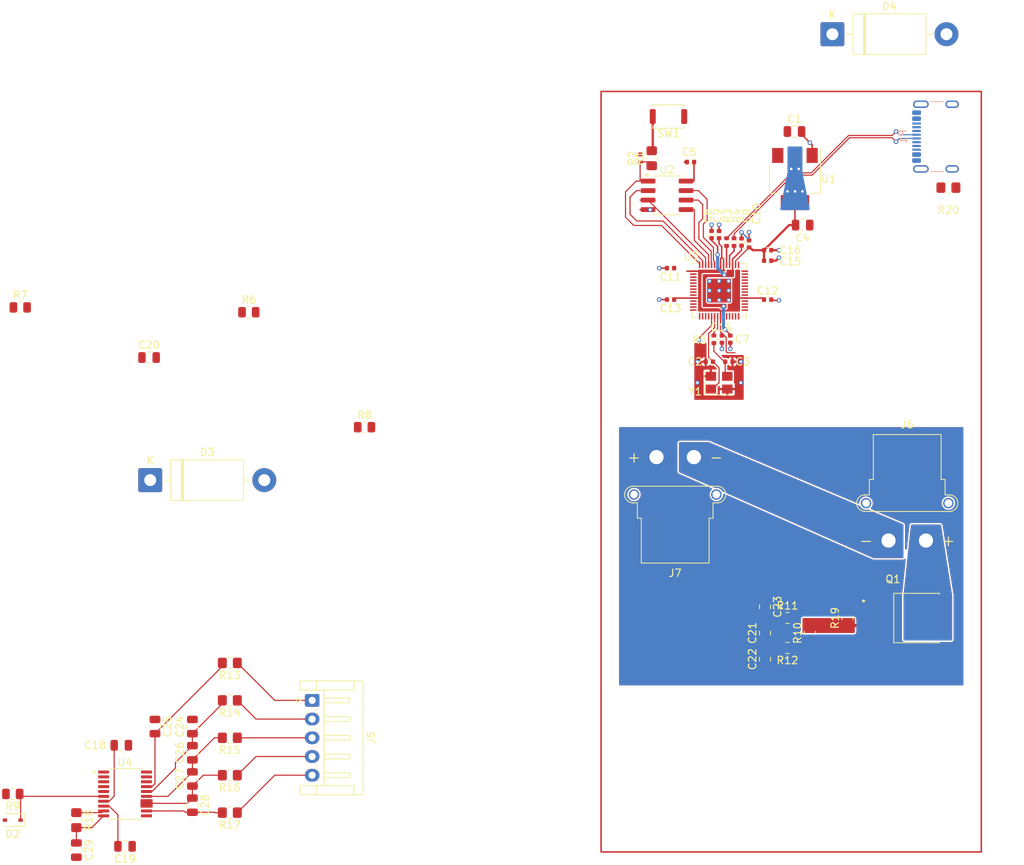
<source format=kicad_pcb>
(kicad_pcb (version 20241229) (generator "pcbnew") (generator_version "9.0")
  (title_block (title "RP2040 Minimal Design Example") (date "2024-01-16") (rev "REV2") (company "Raspberry Pi Ltd"))
  (layers (0 "F.Cu" signal) (2 "B.Cu" signal) (13 "F.Paste" user) (15 "B.Paste" user) (5 "F.SilkS" user "F.Silkscreen") (7 "B.SilkS" user "B.Silkscreen") (1 "F.Mask" user) (3 "B.Mask" user) (25 "Edge.Cuts" user))
  (net 0 "")
  (net 1 "GND")
  (net 2 "VBUS")
  (net 3 "/XIN")
  (net 4 "/XOUT")
  (net 5 "+3V3")
  (net 6 "+1V1")
  (net 7 "/LDO_IN")
  (net 8 "/~{USB_BOOT}")
  (net 9 "/GPIO15")
  (net 10 "/GPIO14")
  (net 11 "/GPIO13")
  (net 12 "/GPIO12")
  (net 13 "/GPIO11")
  (net 14 "/GPIO10")
  (net 15 "/GPIO9")
  (net 16 "/GPIO8")
  (net 17 "/GPIO7")
  (net 18 "/GPIO6")
  (net 19 "/GPIO5")
  (net 20 "/GPIO4")
  (net 21 "/GPIO3")
  (net 22 "/GPIO2")
  (net 23 "/GPIO1")
  (net 24 "/GPIO0")
  (net 25 "/GPIO29_ADC3")
  (net 26 "/GPIO28_ADC2")
  (net 27 "/GPIO27_ADC1")
  (net 28 "/GPIO26_ADC0")
  (net 29 "/GPIO25")
  (net 30 "/GPIO24")
  (net 31 "/GPIO23")
  (net 32 "/GPIO22")
  (net 33 "/GPIO21")
  (net 34 "/GPIO20")
  (net 35 "/GPIO19")
  (net 36 "/GPIO18")
  (net 37 "/GPIO17")
  (net 38 "/GPIO16")
  (net 39 "/RUN")
  (net 40 "/SWD")
  (net 41 "/SWCLK")
  (net 42 "/QSPI_SS")
  (net 43 "Net-(U3-USB_DP)")
  (net 44 "Net-(U3-USB_DM)")
  (net 45 "/QSPI_SD3")
  (net 46 "/QSPI_SCLK")
  (net 47 "/QSPI_SD0")
  (net 48 "/QSPI_SD2")
  (net 49 "/QSPI_SD1")
  (net 50 "/USB_D+")
  (net 51 "/USB_D-")
  (net 52 "Net-(C3-Pad1)")
  (net 53 "Net-(U4-CAP1)")
  (net 54 "/afe/REGOUT")
  (net 55 "/afe/SRN")
  (net 56 "/afe/SRP")
  (net 57 "/afe/VC1")
  (net 58 "/afe/VC0")
  (net 59 "/afe/VC2")
  (net 60 "/afe/VC3")
  (net 61 "/afe/VC4")
  (net 62 "Net-(U4-BAT)")
  (net 63 "/afe/TS1")
  (net 64 "/afe/BatPos")
  (net 65 "/afe/VBat4")
  (net 66 "/afe/VBat2")
  (net 67 "/afe/VBat3")
  (net 68 "/afe/VBat1")
  (net 69 "/afe/PackNeg")
  (net 71 "Net-(P1-CC)")
  (net 72 "Net-(Q1-Pad3)")
  (net 73 "/afe/DSG")
  (footprint "Capacitor_SMD:C_0805_2012Metric" (layer "F.Cu") (at 241.025 57.5)
    (property "Reference" "C4")
    (property "Value" "10u")
  )
  (footprint "Capacitor_SMD:C_0402_1005Metric" (layer "F.Cu") (at 233.8625 60.015 90)
    (property "Reference" "C10")
    (property "Value" "1u")
  )
  (footprint "Capacitor_SMD:C_0402_1005Metric" (layer "F.Cu") (at 232.8625 59.77 90)
    (property "Reference" "C8")
    (property "Value" "1u")
  )
  (footprint "Capacitor_SMD:C_0402_1005Metric" (layer "F.Cu") (at 223.3775 67.455 180)
    (property "Reference" "C13")
    (property "Value" "100n")
  )
  (footprint "Capacitor_SMD:C_0402_1005Metric" (layer "F.Cu") (at 226.0475 49.085 180)
    (property "Reference" "C5")
    (property "Value" "100n")
  )
  (footprint "Resistor_SMD:R_0402_1005Metric" (layer "F.Cu") (at 219.3625 48.57 -90)
    (property "Reference" "R2")
    (property "Value" "DNF")
  )
  (footprint "Package_TO_SOT_SMD:SOT-223-3_TabPin2" (layer "F.Cu") (at 240 51.35 -90)
    (property "Reference" "U1")
    (property "Value" "NCP1117-3.3_SOT223" (hide yes))
  )
  (footprint "Package_SO:SOP-8_3.76x4.96mm_P1.27mm" (layer "F.Cu") (at 222.9125 53.53)
    (property "Reference" "U2")
    (property "Value" "W25Q128JVS")
  )
  (footprint "Resistor_SMD:R_0805_2012Metric_Pad1.20x1.40mm_HandSolder" (layer "F.Cu") (at 220.8625 48.57 90)
    (property "Reference" "R1")
    (property "Value" "1k")
  )
  (footprint "Capacitor_SMD:C_0402_1005Metric" (layer "F.Cu") (at 229.8625 58.77 90)
    (property "Reference" "C9")
    (property "Value" "100n")
  )
  (footprint "Capacitor_SMD:C_0402_1005Metric" (layer "F.Cu") (at 236.3475 67.455)
    (property "Reference" "C12")
    (property "Value" "100n")
  )
  (footprint "Capacitor_SMD:C_0402_1005Metric" (layer "F.Cu") (at 230.2435 72.74 -90)
    (property "Reference" "C14")
    (property "Value" "100n")
  )
  (footprint "Resistor_SMD:R_0402_1005Metric" (layer "F.Cu") (at 230.8625 59.77 -90)
    (property "Reference" "R3")
    (property "Value" "27")
  )
  (footprint "Capacitor_SMD:C_0402_1005Metric" (layer "F.Cu") (at 231.3625 72.74 -90)
    (property "Reference" "C7")
    (property "Value" "100n")
  )
  (footprint "Capacitor_SMD:C_0805_2012Metric" (layer "F.Cu") (at 239.9375 45)
    (property "Reference" "C1")
    (property "Value" "10u")
  )
  (footprint "Capacitor_SMD:C_0402_1005Metric" (layer "F.Cu") (at 223.3775 63.255 180)
    (property "Reference" "C11")
    (property "Value" "100n")
  )
  (footprint "Capacitor_SMD:C_0402_1005Metric" (layer "F.Cu") (at 236.3475 60.855)
    (property "Reference" "C16")
    (property "Value" "100n")
  )
  (footprint "RP2040_minimal:RP2040-QFN-56" (layer "F.Cu") (at 229.8625 66.255)
    (property "Reference" "U3")
    (property "Value" "RP2040")
  )
  (footprint "Resistor_SMD:R_0402_1005Metric" (layer "F.Cu") (at 231.8625 59.77 -90)
    (property "Reference" "R4")
    (property "Value" "27")
  )
  (footprint "Capacitor_SMD:C_0402_1005Metric" (layer "F.Cu") (at 228.8625 58.77 90)
    (property "Reference" "C6")
    (property "Value" "100n")
  )
  (footprint "Capacitor_SMD:C_0402_1005Metric" (layer "F.Cu") (at 236.3475 62.255)
    (property "Reference" "C15")
    (property "Value" "100n")
  )
  (footprint "Capacitor_SMD:C_0805_2012Metric" (layer "F.Cu") (at 159.5 131.5 90)
    (property "Reference" "C27")
    (property "Value" "1u")
  )
  (footprint "Capacitor_SMD:C_0805_2012Metric" (layer "F.Cu") (at 154.5 124.5 -90)
    (property "Reference" "C25")
    (property "Value" "1u")
  )
  (footprint "Resistor_SMD:R_0805_2012Metric" (layer "F.Cu") (at 182.5 84.5)
    (property "Reference" "R8")
    (property "Value" "510k")
  )
  (footprint "Diode_THT:D_DO-201AD_P15.24mm_Horizontal" (layer "F.Cu") (at 245 32)
    (property "Reference" "D4")
    (property "Value" "1N5822")
  )
  (footprint "Diode_THT:D_DO-201AD_P15.24mm_Horizontal" (layer "F.Cu") (at 153.8625 91.575)
    (property "Reference" "D3")
    (property "Value" "1N5822")
  )
  (footprint "Capacitor_SMD:C_0805_2012Metric" (layer "F.Cu") (at 159.5 128 90)
    (property "Reference" "C26")
    (property "Value" "1u")
  )
  (footprint "Resistor_SMD:R_0805_2012Metric_Pad1.20x1.40mm_HandSolder" (layer "F.Cu") (at 239 114 180)
    (property "Reference" "R12")
    (property "Value" "100")
  )
  (footprint "Capacitor_SMD:C_0402_1005Metric" (layer "F.Cu") (at 228.5625 75.755 180)
    (property "Reference" "C2")
    (property "Value" "15p")
  )
  (footprint "Capacitor_SMD:C_0805_2012Metric" (layer "F.Cu") (at 236 112 90)
    (property "Reference" "C21")
    (property "Value" "0.1u")
  )
  (footprint "Package_SO:TSSOP-20_4.4x6.5mm_P0.65mm" (layer "F.Cu") (at 150.5 133.5)
    (property "Reference" "U4")
    (property "Value" "BQ76920PW")
  )
  (footprint "Button_Switch_SMD:SW_Push_SPST_NO_Alps_SKRK" (layer "F.Cu") (at 223.1 43 180)
    (property "Reference" "SW1")
    (property "Value" "SW_Push")
  )
  (footprint "Resistor_SMD:R_0805_2012Metric_Pad1.20x1.40mm_HandSolder" (layer "F.Cu") (at 164.5 116 180)
    (property "Reference" "R13")
    (property "Value" "100")
  )
  (footprint "Capacitor_SMD:C_0805_2012Metric" (layer "F.Cu") (at 236 108.5 -90)
    (property "Reference" "C23")
    (property "Value" "0.1u")
  )
  (footprint "Capacitor_SMD:C_0805_2012Metric" (layer "F.Cu") (at 153.7125 75.195)
    (property "Reference" "C20")
    (property "Value" "470p")
  )
  (footprint "Connector_JST:JST_EH_S5B-EH_1x05_P2.50mm_Horizontal" (layer "F.Cu") (at 175.5 121 -90)
    (property "Reference" "J5")
    (property "Value" "Conn_01x05_Pin")
  )
  (footprint "Capacitor_SMD:C_0402_1005Metric" (layer "F.Cu") (at 231.1625 75.755)
    (property "Reference" "C3")
    (property "Value" "15p")
  )
  (footprint "Capacitor_SMD:C_0805_2012Metric" (layer "F.Cu") (at 159.5 135 -90)
    (property "Reference" "C28")
    (property "Value" "1u")
  )
  (footprint "Resistor_SMD:R_0805_2012Metric_Pad1.20x1.40mm_HandSolder" (layer "F.Cu") (at 247 110 90)
    (property "Reference" "R19")
    (property "Value" "1M")
  )
  (footprint "Crystal:Crystal_SMD_3225-4Pin_3.2x2.5mm" (layer "F.Cu") (at 229.8625 78.555)
    (property "Reference" "Y1")
    (property "Value" "ABM8-272-T3")
  )
  (footprint "Resistor_SMD:R_0805_2012Metric_Pad1.20x1.40mm_HandSolder" (layer "F.Cu") (at 242 112 90)
    (property "Reference" "R10")
    (property "Value" "5m")
  )
  (footprint "Connector_AMASS:AMASS_XT30PW-F_1x02_P2.50mm_Horizontal" (layer "F.Cu") (at 226.5 88.5 180)
    (property "Reference" "J7")
    (property "Value" "Conn_01x02_Pin")
  )
  (footprint "Resistor_SMD:R_0805_2012Metric_Pad1.20x1.40mm_HandSolder" (layer "F.Cu") (at 164.5 126 180)
    (property "Reference" "R15")
    (property "Value" "100")
  )
  (footprint "Capacitor_SMD:C_0805_2012Metric" (layer "F.Cu") (at 236 115.5 90)
    (property "Reference" "C22")
    (property "Value" "0.1u")
  )
  (footprint "Resistor_SMD:R_0805_2012Metric_Pad1.20x1.40mm_HandSolder" (layer "F.Cu") (at 144 137 -90)
    (property "Reference" "R18")
    (property "Value" "100")
  )
  (footprint "Resistor_SMD:R_0805_2012Metric_Pad1.20x1.40mm_HandSolder" (layer "F.Cu") (at 164.5 131 180)
    (property "Reference" "R16")
    (property "Value" "100")
  )
  (footprint "Capacitor_SMD:C_0805_2012Metric" (layer "F.Cu") (at 150 127 180)
    (property "Reference" "C18")
    (property "Value" "1u")
  )
  (footprint "Capacitor_SMD:C_0805_2012Metric" (layer "F.Cu") (at 150.5 140.5 180)
    (property "Reference" "C19")
    (property "Value" "4.7u")
  )
  (footprint "Resistor_SMD:R_0805_2012Metric_Pad1.20x1.40mm_HandSolder" (layer "F.Cu") (at 260.5 52.5)
    (property "Reference" "R20")
    (property "Value" "5.1k")
  )
  (footprint "Connector_AMASS:AMASS_XT30PW-F_1x02_P2.50mm_Horizontal" (layer "F.Cu") (at 252.5 99.65)
    (property "Reference" "J6")
    (property "Value" "Conn_01x02_Pin")
  )
  (footprint "Resistor_SMD:R_0805_2012Metric_Pad1.20x1.40mm_HandSolder" (layer "F.Cu") (at 239 110)
    (property "Reference" "R11")
    (property "Value" "100")
  )
  (footprint "Diode_SMD:D_SOD-323" (layer "F.Cu") (at 135.5 137 180)
    (property "Reference" "D2")
    (property "Value" "1N4148WS" (hide yes))
  )
  (footprint "Capacitor_SMD:C_0805_2012Metric" (layer "F.Cu") (at 159.5 124.5 90)
    (property "Reference" "C24")
    (property "Value" "1u")
  )
  (footprint "Resistor_SMD:R_0805_2012Metric" (layer "F.Cu") (at 167.0425 69.145)
    (property "Reference" "R6")
    (property "Value" "4.7k")
  )
  (footprint "power_nmos:TRANS_TSM340N06CP_ROG" (layer "F.Cu") (at 255.5 110)
    (property "Reference" "Q1")
    (property "Value" "TSM340N06CP_ROG")
  )
  (footprint "Resistor_SMD:R_0805_2012Metric" (layer "F.Cu") (at 136.5 68.5)
    (property "Reference" "R7")
    (property "Value" "4.7k")
  )
  (footprint "Resistor_SMD:R_0805_2012Metric_Pad1.20x1.40mm_HandSolder" (layer "F.Cu") (at 164.5 121 180)
    (property "Reference" "R14")
    (property "Value" "100")
  )
  (footprint "Resistor_SMD:R_0805_2012Metric" (layer "F.Cu") (at 135.5 133.5 180)
    (property "Reference" "R9")
    (property "Value" "10k")
  )
  (footprint "Resistor_SMD:R_0402_1005Metric" (layer "F.Cu") (at 229.1625 72.755 -90)
    (property "Reference" "R5")
    (property "Value" "1k")
  )
  (footprint "Resistor_SMD:R_0805_2012Metric_Pad1.20x1.40mm_HandSolder" (layer "F.Cu") (at 164.5 136 180)
    (property "Reference" "R17")
    (property "Value" "100")
  )
  (footprint "Capacitor_SMD:C_0805_2012Metric" (layer "F.Cu") (at 144 141 -90)
    (property "Reference" "C29")
    (property "Value" "10u")
  )
  (footprint "Connector_USB:USB_C_Receptacle_GCT_USB4105-xx-A_16P_TopMnt_Horizontal" (layer "B.Cu") (at 259.925 45.68 -90)
    (property "Reference" "P1")
    (property "Value" "USB_C_Plug_USB2.0" (hide yes))
  )
  (gr_rect (start 214.1 39.65) (end 264.9 141.25) (stroke (width 0.2)) (fill no) (layer "F.Cu") (net 2))
  (gr_poly (pts (xy 152.622611 134.259957) (xy 152.622611 135.259957) (xy 154.122611 135.259957) (xy 154.122611 134.259957)) (stroke (width 0.12)) (fill yes) (layer "F.Cu") (net 60))
  (segment (start 222.8925 67.455) (end 221.8625 67.455) (width 0.2) (layer "F.Cu") (net 1))
  (segment (start 233.8625 59.285) (end 233.8625 58.455) (width 0.2) (layer "F.Cu") (net 1))
  (segment (start 236.8325 67.455) (end 236.9375 67.56) (width 0.2) (layer "F.Cu") (net 1))
  (segment (start 236.8325 60.855) (end 237.8625 60.855) (width 0.3) (layer "F.Cu") (net 1))
  (segment (start 236.9375 67.56) (end 237.8625 67.56) (width 0.2) (layer "F.Cu") (net 1))
  (segment (start 242.3 48.2) (end 242.3 46.8) (width 0.2) (layer "F.Cu") (net 1))
  (segment (start 242.3 46.8) (end 242 46.5) (width 0.2) (layer "F.Cu") (net 1))
  (segment (start 231.3625 73.225) (end 231.3625 74.037004) (width 0.2) (layer "F.Cu") (net 1))
  (segment (start 236.8325 62.255) (end 237.4625 62.255) (width 0.3) (layer "F.Cu") (net 1))
  (segment (start 240.875 45.375) (end 242 46.5) (width 0.2) (layer "F.Cu") (net 1))
  (segment (start 219.3125 55.435) (end 220.6425 55.435) (width 0.2) (layer "F.Cu") (net 1))
  (segment (start 170.5 121) (end 165.5 116) (width 0.15) (layer "F.Cu") (net 1))
  (segment (start 228.8625 70.9095) (end 228.8625 69.6925) (width 0.15) (layer "F.Cu") (net 1))
  (segment (start 227.1625 72.855) (end 227.1625 72.6095) (width 0.15) (layer "F.Cu") (net 1))
  (segment (start 228.8625 58.285) (end 228.8625 57.455008) (width 0.2) (layer "F.Cu") (net 1))
  (segment (start 237.4625 62.255) (end 237.8625 61.855) (width 0.3) (layer "F.Cu") (net 1))
  (segment (start 225.5625 49.085) (end 225.2675 49.085) (width 0.2) (layer "F.Cu") (net 1))
  (segment (start 230.2435 74.036984) (end 230.243494 74.03699) (width 0.2) (layer "F.Cu") (net 1))
  (segment (start 230.2435 73.225) (end 230.2435 74.036984) (width 0.2) (layer "F.Cu") (net 1))
  (segment (start 229.8625 58.285) (end 229.8625 57.455) (width 0.2) (layer "F.Cu") (net 1))
  (segment (start 232.8625 59.285) (end 232.8625 58.455) (width 0.2) (layer "F.Cu") (net 1))
  (segment (start 222.8925 63.255) (end 221.8625 63.255) (width 0.2) (layer "F.Cu") (net 1))
  (segment (start 225.2675 49.085) (end 225.2375 49.055) (width 0.2) (layer "F.Cu") (net 1))
  (segment (start 220.6425 55.435) (end 220.6625 55.455) (width 0.2) (layer "F.Cu") (net 1))
  (segment (start 227.1625 72.6095) (end 228.8625 70.9095) (width 0.15) (layer "F.Cu") (net 1))
  (segment (start 175.5 121) (end 170.5 121) (width 0.15) (layer "F.Cu") (net 1))
  (segment (start 240.875 45) (end 240.875 45.375) (width 0.2) (layer "F.Cu") (net 1))
  (via (at 226.9625 78.555) (size 0.6) (drill 0.35) (layers "F.Cu" "B.Cu") (net 1))
  (via (at 226.9625 75.755) (size 0.6) (drill 0.35) (layers "F.Cu" "B.Cu") (net 1))
  (via (at 232.7625 75.755) (size 0.6) (drill 0.35) (layers "F.Cu" "B.Cu") (net 1))
  (via (at 228.8625 57.455008) (size 0.6) (drill 0.35) (layers "F.Cu" "B.Cu") (net 1))
  (via (at 227.1625 72.855) (size 0.6) (drill 0.35) (layers "F.Cu" "B.Cu") (net 1))
  (via (at 221.8625 63.255) (size 0.6) (drill 0.35) (layers "F.Cu" "B.Cu") (net 1))
  (via (at 237.8625 67.56) (size 0.6) (drill 0.35) (layers "F.Cu" "B.Cu") (net 1))
  (via (at 231.3625 74.037004) (size 0.6) (drill 0.35) (layers "F.Cu" "B.Cu") (net 1))
  (via (at 232.7625 78.555) (size 0.6) (drill 0.35) (layers "F.Cu" "B.Cu") (net 1))
  (via (at 221.8625 67.455) (size 0.6) (drill 0.35) (layers "F.Cu" "B.Cu") (net 1))
  (via (at 237.8625 60.855) (size 0.6) (drill 0.35) (layers "F.Cu" "B.Cu") (net 1))
  (via (at 232.8625 58.455) (size 0.6) (drill 0.35) (layers "F.Cu" "B.Cu") (net 1))
  (via (at 230.243494 74.03699) (size 0.6) (drill 0.35) (layers "F.Cu" "B.Cu") (net 1))
  (via (at 237.8625 61.855) (size 0.6) (drill 0.35) (layers "F.Cu" "B.Cu") (net 1))
  (via (at 220.6625 55.455) (size 0.6) (drill 0.35) (layers "F.Cu" "B.Cu") (net 1))
  (via (at 233.8625 58.455) (size 0.6) (drill 0.35) (layers "F.Cu" "B.Cu") (net 1))
  (via (at 242 46.5) (size 0.6) (drill 0.35) (layers "F.Cu" "B.Cu") (net 1))
  (via (at 229.8625 57.455) (size 0.6) (drill 0.35) (layers "F.Cu" "B.Cu") (net 1))
  (segment (start 233.162499 58.754999) (end 232.8625 58.455) (width 0.2) (layer "B.Cu") (net 1))
  (segment (start 233.8625 59.255) (end 233.6625 59.255) (width 0.2) (layer "B.Cu") (net 1))
  (segment (start 233.6625 59.255) (end 233.162499 58.754999) (width 0.2) (layer "B.Cu") (net 1))
  (segment (start 229.2625 71.192861) (end 228.4625 71.992861) (width 0.15) (layer "F.Cu") (net 3))
  (segment (start 229.2625 69.6925) (end 229.2625 71.192861) (width 0.15) (layer "F.Cu") (net 3))
  (segment (start 228.4625 75.175) (end 229.0425 75.755) (width 0.15) (layer "F.Cu") (net 3))
  (segment (start 229.0425 75.755) (end 229.8625 76.575) (width 0.15) (layer "F.Cu") (net 3))
  (segment (start 228.4625 71.992861) (end 228.4625 75.175) (width 0.15) (layer "F.Cu") (net 3))
  (segment (start 229.8625 78.555) (end 229.0125 79.405) (width 0.15) (layer "F.Cu") (net 3))
  (segment (start 229.0125 79.405) (end 228.7625 79.405) (width 0.15) (layer "F.Cu") (net 3))
  (segment (start 229.8625 76.575) (end 229.8625 78.555) (width 0.15) (layer "F.Cu") (net 3))
  (segment (start 229.6625 71.355) (end 229.1625 71.855) (width 0.15) (layer "F.Cu") (net 4))
  (segment (start 229.1625 71.855) (end 229.1625 72.245) (width 0.15) (layer "F.Cu") (net 4))
  (segment (start 229.6625 69.6925) (end 229.6625 71.355) (width 0.15) (layer "F.Cu") (net 4))
  (segment (start 226.425 67.255) (end 224.0625 67.255) (width 0.2) (layer "F.Cu") (net 5))
  (segment (start 230.0625 69.055) (end 229.8625 68.855) (width 0.2) (layer "F.Cu") (net 5))
  (segment (start 232.0625 62.295) (end 233.8625 60.495) (width 0.15) (layer "F.Cu") (net 5))
  (segment (start 224.0625 67.255) (end 223.8625 67.455) (width 0.2) (layer "F.Cu") (net 5))
  (segment (start 230.815 72.5065) (end 230.815 74.418) (width 0.15) (layer "F.Cu") (net 5))
  (segment (start 233.3 67.255) (end 232.4625 67.255) (width 0.2) (layer "F.Cu") (net 5))
  (segment (start 239 53.5) (end 240 54.5) (width 0.15) (layer "F.Cu") (net 5))
  (segment (start 230.0625 61.955) (end 230.0625 62.8175) (width 0.2) (layer "F.Cu") (net 5))
  (segment (start 232.0625 62.8175) (end 232.0625 62.295) (width 0.15) (layer "F.Cu") (net 5))
  (segment (start 226.425 67.255) (end 227.2625 67.255) (width 0.2) (layer "F.Cu") (net 5))
  (segment (start 230.0625 71.7605) (end 230.2435 71.9415) (width 0.2) (layer "F.Cu") (net 5))
  (segment (start 239.5 48.7) (end 240 48.2) (width 0.15) (layer "F.Cu") (net 5))
  (segment (start 230.4625 62.054998) (end 230.212501 61.804999) (width 0.2) (layer "F.Cu") (net 5))
  (segment (start 230.2435 72.255) (end 230.5635 72.255) (width 0.15) (layer "F.Cu") (net 5))
  (segment (start 230.4625 63.455) (end 230.2625 63.655) (width 0.2) (layer "F.Cu") (net 5))
  (segment (start 233.3 67.255) (end 235.6625 67.255) (width 0.2) (layer "F.Cu") (net 5))
  (segment (start 230.959005 74.562005) (end 232.004495 74.562005) (width 0.15) (layer "F.Cu") (net 5))
  (segment (start 240.5 50) (end 240.5 48.7) (width 0.15) (layer "F.Cu") (net 5))
  (segment (start 230.5635 72.255) (end 230.815 72.5065) (width 0.15) (layer "F.Cu") (net 5))
  (segment (start 230.212501 60.367535) (end 230.212501 61.804999) (width 0.2) (layer "F.Cu") (net 5))
  (segment (start 239 53) (end 239 53.5) (width 0.15) (layer "F.Cu") (net 5))
  (segment (start 234.355 60.855) (end 235.8675 60.855) (width 0.3) (layer "F.Cu") (net 5))
  (segment (start 230.0625 69.6925) (end 230.0625 71.7605) (width 0.2) (layer "F.Cu") (net 5))
  (segment (start 241 53) (end 241 53.5) (width 0.15) (layer "F.Cu") (net 5))
  (segment (start 235.6625 67.255) (end 235.8625 67.455) (width 0.2) (layer "F.Cu") (net 5))
  (segment (start 240.5 48.7) (end 240 48.2) (width 0.15) (layer "F.Cu") (net 5))
  (segment (start 233.8625 60.495) (end 233.995 60.495) (width 0.3) (layer "F.Cu") (net 5))
  (segment (start 226.425 63.655) (end 227.2625 63.655) (width 0.2) (layer "F.Cu") (net 5))
  (segment (start 233.995 60.495) (end 234.355 60.855) (width 0.3) (layer "F.Cu") (net 5))
  (segment (start 229.8625 59.255) (end 229.8625 60.017534) (width 0.2) (layer "F.Cu") (net 5))
  (segment (start 230.4625 62.8175) (end 230.4625 63.455) (width 0.2) (layer "F.Cu") (net 5))
  (segment (start 239.2225 57.5) (end 235.8675 60.855) (width 0.3) (layer "F.Cu") (net 5))
  (segment (start 230.815 74.418) (end 230.959005 74.562005) (width 0.15) (layer "F.Cu") (net 5))
  (segment (start 230.4625 62.8175) (end 230.4625 62.054998) (width 0.2) (layer "F.Cu") (net 5))
  (segment (start 235.8675 60.855) (end 235.8675 62.255) (width 0.3) (layer "F.Cu") (net 5))
  (segment (start 230.0625 62.8175) (end 230.0625 63.655) (width 0.2) (layer "F.Cu") (net 5))
  (segment (start 240 54.5) (end 240 57.5) (width 0.2) (layer "F.Cu") (net 5))
  (segment (start 230.2435 71.9415) (end 230.2435 72.255) (width 0.2) (layer "F.Cu") (net 5))
  (segment (start 230.212501 61.804999) (end 230.0625 61.955) (width 0.2) (layer "F.Cu") (net 5))
  (segment (start 239.5 50) (end 239.5 48.7) (width 0.15) (layer "F.Cu") (net 5))
  (segment (start 241 53.5) (end 240 54.5) (width 0.15) (layer "F.Cu") (net 5))
  (segment (start 230.0625 63.655) (end 230.0625 63.255) (width 0.2) (layer "F.Cu") (net 5))
  (segment (start 229.8625 60.017534) (end 230.212501 60.367535) (width 0.2) (layer "F.Cu") (net 5))
  (segment (start 240.075 57.5) (end 239.2225 57.5) (width 0.3) (layer "F.Cu") (net 5))
  (segment (start 240.5 50) (end 239.5 50) (width 0.15) (layer "F.Cu") (net 5))
  (segment (start 240 53) (end 240 54.5) (width 0.15) (layer "F.Cu") (net 5))
  (segment (start 226.5125 51.625) (end 226.5125 49.105) (width 0.2) (layer "F.Cu") (net 5))
  (segment (start 230.0625 69.6925) (end 230.0625 69.055) (width 0.2) (layer "F.Cu") (net 5))
  (segment (start 226.5125 49.105) (end 226.5325 49.085) (width 0.2) (layer "F.Cu") (net 5))
  (segment (start 226.425 63.655) (end 225.5625 63.655) (width 0.2) (layer "F.Cu") (net 5))
  (segment (start 239 53) (end 241 53) (width 0.15) (layer "F.Cu") (net 5))
  (via (at 241 53) (size 0.6) (drill 0.35) (layers "F.Cu" "B.Cu") (net 5))
  (via (at 240.5 50) (size 0.6) (drill 0.35) (layers "F.Cu" "B.Cu") (net 5))
  (via (at 239.5 50) (size 0.6) (drill 0.35) (layers "F.Cu" "B.Cu") (net 5))
  (via (at 240 53) (size 0.6) (drill 0.35) (layers "F.Cu" "B.Cu") (net 5))
  (via (at 239 53) (size 0.6) (drill 0.35) (layers "F.Cu" "B.Cu") (net 5))
  (segment (start 229.6625 62.8175) (end 229.6625 61.454994) (width 0.2) (layer "F.Cu") (net 6))
  (segment (start 231.6625 62.055) (end 232.8625 60.855) (width 0.2) (layer "F.Cu") (net 6))
  (segment (start 228.8625 59.55) (end 229.6625 60.35) (width 0.2) (layer "F.Cu") (net 6))
  (segment (start 231.3625 72.155) (end 230.6625 71.455) (width 0.2) (layer "F.Cu") (net 6))
  (segment (start 230.4625 71.255) (end 230.6625 71.455) (width 0.2) (layer "F.Cu") (net 6))
  (segment (start 229.6625 60.35) (end 229.6625 61.03073) (width 0.2) (layer "F.Cu") (net 6))
  (segment (start 231.3625 72.255) (end 231.3625 72.155) (width 0.2) (layer "F.Cu") (net 6))
  (segment (start 231.6625 62.8175) (end 231.6625 62.055) (width 0.2) (layer "F.Cu") (net 6))
  (segment (start 231.6625 62.8175) (end 231.6625 63.655) (width 0.2) (layer "F.Cu") (net 6))
  (segment (start 228.8625 59.255) (end 228.8625 59.55) (width 0.2) (layer "F.Cu") (net 6))
  (segment (start 229.6625 61.03073) (end 229.6625 61.454994) (width 0.2) (layer "F.Cu") (net 6))
  (segment (start 232.8625 60.855) (end 232.8625 60.255) (width 0.2) (layer "F.Cu") (net 6))
  (segment (start 230.4625 69.6925) (end 230.4625 71.255) (width 0.2) (layer "F.Cu") (net 6))
  (via (at 229.6625 61.454994) (size 0.6) (drill 0.35) (layers "F.Cu" "B.Cu") (net 6))
  (via (at 230.5625 64.155) (size 0.6) (drill 0.35) (layers "F.Cu" "B.Cu") (net 6))
  (via (at 230.6625 71.455) (size 0.6) (drill 0.35) (layers "F.Cu" "B.Cu") (net 6))
  (via (at 230.46247 68.355) (size 0.6) (drill 0.35) (layers "F.Cu" "B.Cu") (net 6))
  (segment (start 230.6625 71.455) (end 230.4525 71.245) (width 0.4) (layer "B.Cu") (net 6))
  (segment (start 230.4525 71.245) (end 230.4525 68.36497) (width 0.4) (layer "B.Cu") (net 6))
  (segment (start 230.4525 68.36497) (end 230.46247 68.355) (width 0.4) (layer "B.Cu") (net 6))
  (segment (start 229.6625 63.265) (end 230.5525 64.155) (width 0.4) (layer "B.Cu") (net 6))
  (segment (start 229.6625 61.454994) (end 229.6625 63.265) (width 0.4) (layer "B.Cu") (net 6))
  (segment (start 230.5525 64.155) (end 230.5625 64.155) (width 0.4) (layer "B.Cu") (net 6))
  (segment (start 221 47.4325) (end 220.8625 47.57) (width 0.3) (layer "F.Cu") (net 8))
  (segment (start 221 43) (end 221 47.4325) (width 0.3) (layer "F.Cu") (net 8))
  (segment (start 227.2625 62.655) (end 227.2625 62.855) (width 0.15) (layer "F.Cu") (net 42))
  (segment (start 219.3125 49.105) (end 219.3625 49.055) (width 0.15) (layer "F.Cu") (net 42))
  (segment (start 218.4625 57.555) (end 222.1625 57.555) (width 0.15) (layer "F.Cu") (net 42))
  (segment (start 217.3625 53.055) (end 217.3625 56.455) (width 0.15) (layer "F.Cu") (net 42))
  (segment (start 222.1625 57.555) (end 227.2625 62.655) (width 0.15) (layer "F.Cu") (net 42))
  (segment (start 219.3125 51.625) (end 218.7925 51.625) (width 0.15) (layer "F.Cu") (net 42))
  (segment (start 217.3625 56.455) (end 218.4625 57.555) (width 0.15) (layer "F.Cu") (net 42))
  (segment (start 218.7925 51.625) (end 217.3625 53.055) (width 0.15) (layer "F.Cu") (net 42))
  (segment (start 219.3125 51.625) (end 219.3125 49.105) (width 0.15) (layer "F.Cu") (net 42))
  (segment (start 219.3625 49.055) (end 220.8625 49.055) (width 0.15) (layer "F.Cu") (net 42))
  (segment (start 227.2625 62.855) (end 227.2625 62.8825) (width 0.15) (layer "F.Cu") (net 42))
  (segment (start 230.8625 62.8175) (end 230.8625 60.255) (width 0.2) (layer "F.Cu") (net 43))
  (segment (start 231.2625 61.555) (end 231.8625 60.955) (width 0.2) (layer "F.Cu") (net 44))
  (segment (start 231.2625 62.8175) (end 231.2625 61.555) (width 0.2) (layer "F.Cu") (net 44))
  (segment (start 231.8625 60.955) (end 231.8625 60.255) (width 0.2) (layer "F.Cu") (net 44))
  (segment (start 228.2625 54.055) (end 227.1025 52.895) (width 0.15) (layer "F.Cu") (net 45))
  (segment (start 229.113821 62.231321) (end 229.113821 60.506321) (width 0.15) (layer "F.Cu") (net 45))
  (segment (start 227.7625 59.155) (end 227.7625 57.355) (width 0.15) (layer "F.Cu") (net 45))
  (segment (start 229.2625 62.38) (end 229.113821 62.231321) (width 0.15) (layer "F.Cu") (net 45))
  (segment (start 229.2625 62.8175) (end 229.2625 62.38) (width 0.15) (layer "F.Cu") (net 45))
  (segment (start 228.2625 56.855) (end 228.2625 54.055) (width 0.15) (layer "F.Cu") (net 45))
  (segment (start 229.113821 60.506321) (end 227.7625 59.155) (width 0.15) (layer "F.Cu") (net 45))
  (segment (start 227.7625 57.355) (end 228.2625 56.855) (width 0.15) (layer "F.Cu") (net 45))
  (segment (start 227.1025 52.895) (end 226.5125 52.895) (width 0.15) (layer "F.Cu") (net 45))
  (segment (start 227.6625 54.755) (end 227.0725 54.165) (width 0.15) (layer "F.Cu") (net 46))
  (segment (start 228.8625 62.8275) (end 228.81381 62.77881) (width 0.15) (layer "F.Cu") (net 46))
  (segment (start 228.81381 61.00631) (end 227.1625 59.355) (width 0.15) (layer "F.Cu") (net 46))
  (segment (start 227.0725 54.165) (end 226.5125 54.165) (width 0.15) (layer "F.Cu") (net 46))
  (segment (start 228.81381 62.77881) (end 228.81381 61.00631) (width 0.15) (layer "F.Cu") (net 46))
  (segment (start 227.1625 57.155) (end 227.6625 56.655) (width 0.15) (layer "F.Cu") (net 46))
  (segment (start 227.6625 56.655) (end 227.6625 54.755) (width 0.15) (layer "F.Cu") (net 46))
  (segment (start 227.1625 59.355) (end 227.1625 57.155) (width 0.15) (layer "F.Cu") (net 46))
  (segment (start 228.4625 61.455) (end 226.5625 59.555) (width 0.15) (layer "F.Cu") (net 47))
  (segment (start 226.5625 59.555) (end 226.5625 55.485) (width 0.15) (layer "F.Cu") (net 47))
  (segment (start 228.4625 62.8275) (end 228.4625 61.455) (width 0.15) (layer "F.Cu") (net 47))
  (segment (start 226.5625 55.485) (end 226.5125 55.435) (width 0.15) (layer "F.Cu") (net 47))
  (segment (start 228.0625 62.8275) (end 228.0625 61.855) (width 0.15) (layer "F.Cu") (net 48))
  (segment (start 228.0625 61.855) (end 220.3725 54.165) (width 0.15) (layer "F.Cu") (net 48))
  (segment (start 220.3725 54.165) (end 219.3125 54.165) (width 0.15) (layer "F.Cu") (net 48))
  (segment (start 218.8225 52.895) (end 219.3125 52.895) (width 0.15) (layer "F.Cu") (net 49))
  (segment (start 217.9625 53.755) (end 218.8225 52.895) (width 0.15) (layer "F.Cu") (net 49))
  (segment (start 218.8625 56.955) (end 217.9625 56.055) (width 0.15) (layer "F.Cu") (net 49))
  (segment (start 217.9625 56.055) (end 217.9625 53.755) (width 0.15) (layer "F.Cu") (net 49))
  (segment (start 227.6625 62.255) (end 222.3625 56.955) (width 0.15) (layer "F.Cu") (net 49))
  (segment (start 227.6625 62.8275) (end 227.6625 62.255) (width 0.15) (layer "F.Cu") (net 49))
  (segment (start 222.3625 56.955) (end 218.8625 56.955) (width 0.15) (layer "F.Cu") (net 49))
  (segment (start 253.5 45) (end 252.970001 45.529999) (width 0.15) (layer "F.Cu") (net 50))
  (segment (start 247.172001 45.529999) (end 242.176 50.526) (width 0.15) (layer "F.Cu") (net 50))
  (segment (start 239.5965 50.526) (end 230.8625 59.26) (width 0.15) (layer "F.Cu") (net 50))
  (segment (start 252.970001 45.529999) (end 247.172001 45.529999) (width 0.15) (layer "F.Cu") (net 50))
  (segment (start 242.176 50.526) (end 239.5965 50.526) (width 0.15) (layer "F.Cu") (net 50))
  (via (at 253.5 45) (size 0.6) (drill 0.35) (layers "F.Cu" "B.Cu") (net 50))
  (segment (start 256.245 45.43) (end 253.93 45.43) (width 0.15) (layer "B.Cu") (net 50))
  (segment (start 253.93 45.43) (end 253.5 45) (width 0.15) (layer "B.Cu") (net 50))
  (segment (start 252.970979 45.830979) (end 247.296671 45.830979) (width 0.15) (layer "F.Cu") (net 51))
  (segment (start 253.5 46.36) (end 252.970979 45.830979) (width 0.15) (layer "F.Cu") (net 51))
  (segment (start 239.72117 50.82698) (end 231.8625 58.68565) (width 0.15) (layer "F.Cu") (net 51))
  (segment (start 247.296671 45.830979) (end 242.30067 50.82698) (width 0.15) (layer "F.Cu") (net 51))
  (segment (start 231.8625 58.68565) (end 231.8625 59.26) (width 0.15) (layer "F.Cu") (net 51))
  (segment (start 242.30067 50.82698) (end 239.72117 50.82698) (width 0.15) (layer "F.Cu") (net 51))
  (via (at 253.5 46.36) (size 0.6) (drill 0.35) (layers "F.Cu" "B.Cu") (net 51))
  (segment (start 256.245 45.93) (end 253.93 45.93) (width 0.15) (layer "B.Cu") (net 51))
  (segment (start 253.93 45.93) (end 253.5 46.36) (width 0.15) (layer "B.Cu") (net 51))
  (segment (start 230.5625 75.755) (end 230.6825 75.755) (width 0.15) (layer "F.Cu") (net 52))
  (segment (start 230.6825 77.425) (end 230.6825 75.755) (width 0.15) (layer "F.Cu") (net 52))
  (segment (start 230.9625 77.705) (end 230.6825 77.425) (width 0.15) (layer "F.Cu") (net 52))
  (segment (start 229.1625 74.355) (end 230.5625 75.755) (width 0.15) (layer "F.Cu") (net 52))
  (segment (start 229.1625 73.265) (end 229.1625 74.355) (width 0.15) (layer "F.Cu") (net 52))
  (segment (start 149.05 127) (end 149.05 133.799999) (width 0.15) (layer "F.Cu") (net 53))
  (segment (start 149.05 133.799999) (end 148.374999 134.475) (width 0.15) (layer "F.Cu") (net 53))
  (segment (start 148.374999 134.475) (end 147.6375 134.475) (width 0.15) (layer "F.Cu") (net 53))
  (segment (start 149.55 140.5) (end 149.55 136.300001) (width 0.15) (layer "F.Cu") (net 54))
  (segment (start 148.374999 135.125) (end 147.6375 135.125) (width 0.15) (layer "F.Cu") (net 54))
  (segment (start 149.55 136.300001) (end 148.374999 135.125) (width 0.15) (layer "F.Cu") (net 54))
  (segment (start 157.236804 130.038195) (end 154.099999 133.175) (width 0.15) (layer "F.Cu") (net 57))
  (segment (start 163.5 121.45) (end 159.5 125.45) (width 0.15) (layer "F.Cu") (net 57))
  (segment (start 159.5 125.45) (end 159.5 127.05) (width 0.15) (layer "F.Cu") (net 57))
  (segment (start 159.5 127.05) (end 157.236804 129.313196) (width 0.15) (layer "F.Cu") (net 57))
  (segment (start 154.099999 133.175) (end 153.3625 133.175) (width 0.15) (layer "F.Cu") (net 57))
  (segment (start 163.5 121) (end 163.5 121.45) (width 0.15) (layer "F.Cu") (net 57))
  (segment (start 157.236804 129.313196) (end 157.236804 130.038195) (width 0.15) (layer "F.Cu") (net 57))
  (segment (start 153.3625 132.525) (end 154.099999 132.525) (width 0.15) (layer "F.Cu") (net 58))
  (segment (start 163.5 116.45) (end 154.5 125.45) (width 0.15) (layer "F.Cu") (net 58))
  (segment (start 154.5 132.124999) (end 154.5 125.45) (width 0.15) (layer "F.Cu") (net 58))
  (segment (start 154.099999 132.525) (end 154.5 132.124999) (width 0.15) (layer "F.Cu") (net 58))
  (segment (start 163.5 116) (end 163.5 116.45) (width 0.15) (layer "F.Cu") (net 58))
  (segment (start 156.225 133.825) (end 153.3625 133.825) (width 0.15) (layer "F.Cu") (net 59))
  (segment (start 162.45 126) (end 159.5 128.95) (width 0.15) (layer "F.Cu") (net 59))
  (segment (start 163.5 126) (end 162.45 126) (width 0.15) (layer "F.Cu") (net 59))
  (segment (start 159.5 130.55) (end 156.225 133.825) (width 0.15) (layer "F.Cu") (net 59))
  (segment (start 159.5 130.55) (end 159.5 128.95) (width 0.15) (layer "F.Cu") (net 59))
  (segment (start 158.790043 134.759957) (end 153.372611 134.759957) (width 0.15) (layer "F.Cu") (net 60))
  (segment (start 160.95 131) (end 159.5 132.45) (width 0.15) (layer "F.Cu") (net 60))
  (segment (start 163.5 131) (end 160.95 131) (width 0.15) (layer "F.Cu") (net 60))
  (segment (start 159.5 134.05) (end 159.5 132.45) (width 0.15) (layer "F.Cu") (net 60))
  (segment (start 159.5 134.05) (end 158.790043 134.759957) (width 0.15) (layer "F.Cu") (net 60))
  (segment (start 163.5 136) (end 162.5 136) (width 0.15) (layer "F.Cu") (net 61))
  (segment (start 158.375 135.775) (end 153.3625 135.775) (width 0.15) (layer "F.Cu") (net 61))
  (segment (start 158.55 135.95) (end 158.375 135.775) (width 0.15) (layer "F.Cu") (net 61))
  (segment (start 159.5 135.95) (end 158.55 135.95) (width 0.15) (layer "F.Cu") (net 61))
  (segment (start 162.5 136) (end 162.45 135.95) (width 0.15) (layer "F.Cu") (net 61))
  (segment (start 162.45 135.95) (end 159.5 135.95) (width 0.15) (layer "F.Cu") (net 61))
  (segment (start 146.0625 138) (end 147.6375 136.425) (width 0.15) (layer "F.Cu") (net 62))
  (segment (start 144 138) (end 146.0625 138) (width 0.15) (layer "F.Cu") (net 62))
  (segment (start 144 140.05) (end 144 138) (width 0.15) (layer "F.Cu") (net 62))
  (segment (start 136.55 137) (end 136.55 133.6375) (width 0.15) (layer "F.Cu") (net 63))
  (segment (start 136.55 133.6375) (end 136.4125 133.5) (width 0.15) (layer "F.Cu") (net 63))
  (segment (start 136.4125 133.5) (end 136.7375 133.825) (width 0.15) (layer "F.Cu") (net 63))
  (segment (start 136.7375 133.825) (end 147.6375 133.825) (width 0.15) (layer "F.Cu") (net 63))
  (segment (start 144 136) (end 147.4125 136) (width 0.15) (layer "F.Cu") (net 64))
  (segment (start 147.4125 136) (end 147.6375 135.775) (width 0.15) (layer "F.Cu") (net 64))
  (segment (start 170.5 131) (end 165.5 136) (width 0.15) (layer "F.Cu") (net 65))
  (segment (start 175.5 131) (end 170.5 131) (width 0.15) (layer "F.Cu") (net 65))
  (segment (start 175.5 126) (end 165.5 126) (width 0.15) (layer "F.Cu") (net 66))
  (segment (start 175.5 128.5) (end 168 128.5) (width 0.15) (layer "F.Cu") (net 67))
  (segment (start 168 128.5) (end 165.5 131) (width 0.15) (layer "F.Cu") (net 67))
  (segment (start 175.5 123.5) (end 168 123.5) (width 0.15) (layer "F.Cu") (net 68))
  (segment (start 168 123.5) (end 165.5 121) (width 0.15) (layer "F.Cu") (net 68))
  (segment (start 250.025 111) (end 251.31 112.285) (width 0.45) (layer "F.Cu") (net 72))
  (segment (start 247 111) (end 250.025 111) (width 0.45) (layer "F.Cu") (net 72))
  (segment (start 247 109) (end 250.025 109) (width 0.45) (layer "F.Cu") (net 73))
  (segment (start 250.025 109) (end 251.31 107.715) (width 0.45) (layer "F.Cu") (net 73))
  (zone (net 6) (net_name "+1V1") (layer "F.Cu") (priority 1) (connect_pads yes (clearance 0.15)) (min_thickness 0.15) (fill yes (thermal_gap 0.508) (thermal_bridge_width 0.508))
    (polygon (pts (xy 231.8625 64.455) (xy 228.2625 64.455) (xy 228.2625 67.855) (xy 230.8625 67.855) (xy 230.8625 68.655) (xy 230.0625 68.655) (xy 230.0625 68.455) (xy 227.6625 68.455) (xy 227.6625 64.055) (xy 230.4625 64.055) (xy 230.4625 63.855) (xy 230.8625 63.855) (xy 230.8625 63.455) (xy 231.8625 63.455)))
  )
  (zone (net 5) (net_name "+3V3") (layer "F.Cu") (connect_pads yes (clearance 0.15)) (min_thickness 0.15) (fill yes (thermal_gap 0.508) (thermal_bridge_width 0.508))
    (polygon (pts (xy 232.6625 69.055) (xy 227.0625 69.055) (xy 227.0625 63.455) (xy 229.8625 63.455) (xy 230.6625 63.455) (xy 232.6625 63.455)))
  )
  (zone (net 1) (net_name "GND") (layer "F.Cu") (priority 1) (connect_pads (clearance 0.2)) (min_thickness 0.2) (fill yes (thermal_gap 0.3) (thermal_bridge_width 0.3))
    (polygon (pts (xy 233.1525 74.855) (xy 233.1525 80.855) (xy 226.5525 80.855) (xy 226.5525 73.255) (xy 229.8525 73.255) (xy 229.8525 74.855)))
  )
  (zone (net 1) (net_name "GND") (layers "F.Cu" "B.Cu") (priority 1) (connect_pads yes (clearance 0.2)) (min_thickness 0.25) (fill yes (thermal_gap 0.5) (thermal_bridge_width 0.5))
    (polygon (pts (xy 262.5 84.5) (xy 216.5 84.5) (xy 216.5 119) (xy 262.5 119)))
  )
  (zone (net 72) (net_name "Net-(Q1-Pad3)") (layers "F.Cu" "B.Cu") (priority 3) (connect_pads yes (clearance 0.2)) (min_thickness 0.25) (fill yes (thermal_gap 0.5) (thermal_bridge_width 0.5))
    (polygon (pts (xy 248 110) (xy 241 110) (xy 241 112) (xy 248 112)))
  )
  (zone (net 64) (net_name "/afe/BatPos") (layers "F.Cu" "B.Cu") (priority 2) (connect_pads yes (clearance 0.2)) (min_thickness 0.25) (fill yes (thermal_gap 0.5) (thermal_bridge_width 0.5))
    (polygon (pts (xy 224.5 86.5) (xy 228.5 86.5) (xy 254.5 97.5) (xy 254.5 102) (xy 250.5 102) (xy 224.5 90.5)))
  )
  (zone (net 69) (net_name "/afe/PackNeg") (layers "F.Cu" "B.Cu") (priority 4) (connect_pads yes (clearance 0.2)) (min_thickness 0.25) (fill yes (thermal_gap 0.5) (thermal_bridge_width 0.5))
    (polygon (pts (xy 255.5 97.5) (xy 259.5 97.5) (xy 261 107) (xy 261 113) (xy 254.5 113) (xy 254.5 107)))
  )
  (zone (net 5) (net_name "+3V3") (layer "B.Cu") (priority 5) (connect_pads (clearance 0.2)) (min_thickness 0.25) (fill yes (thermal_gap 0.5) (thermal_bridge_width 0.5))
    (polygon (pts (xy 239 47) (xy 241 47) (xy 241 50.5) (xy 242 55.5) (xy 238 55.5) (xy 239 50.5)))
  )
)
</source>
